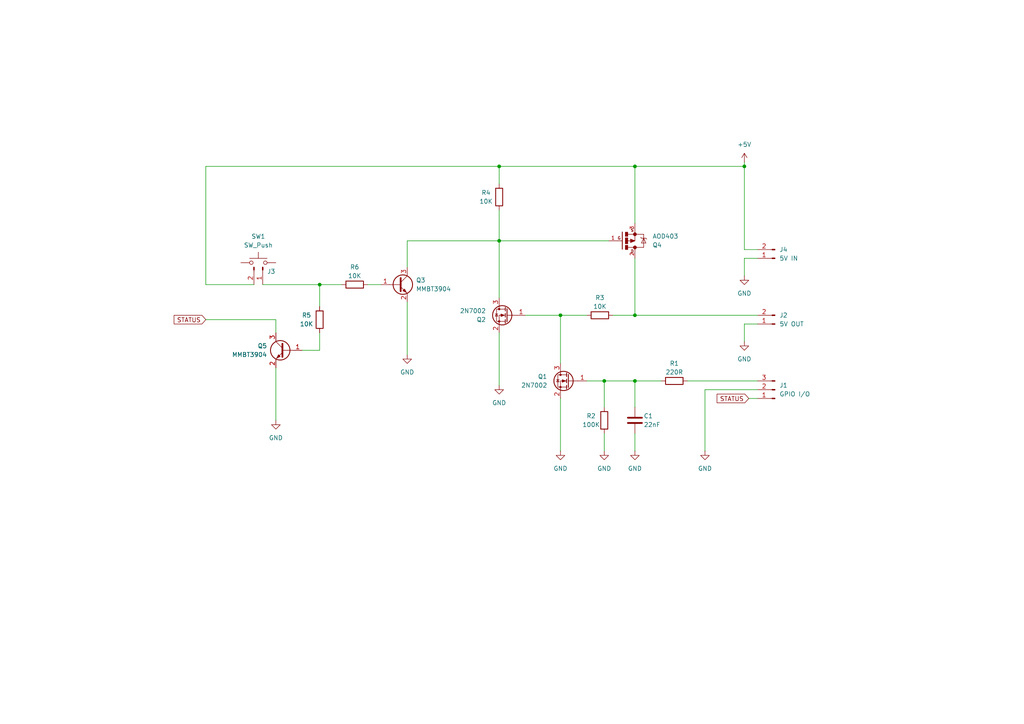
<source format=kicad_sch>
(kicad_sch (version 20250114) (generator "eeschema") (generator_version "9.0")
  (paper "A4")
  (lib_symbols
    (symbol "AOD403:AOD403" (pin_names (offset 1.016))
      (property "Reference" "Q" (at 5.08 2.54 0))
      (property "Value" "AOD403" (at 5.08 0 0))
      (symbol "AOD403_0_0"
        (polyline (pts (xy -3.81 0) (xy -5.08 0)) (stroke (width 0.1524)))
        (polyline (pts (xy -3.6576 2.413) (xy -3.6576 -2.54)) (stroke (width 0.254)))
        (rectangle (start -2.794 1.27) (end -2.032 2.54) (stroke (width 0.1)) (fill (type outline)))
        (rectangle (start -2.794 -0.889) (end -2.032 0.889) (stroke (width 0.1)) (fill (type outline)))
        (rectangle (start -2.794 -2.54) (end -2.032 -1.27) (stroke (width 0.1)) (fill (type outline)))
        (polyline (pts (xy -2.032 -1.905) (xy 2.54 -1.905)) (stroke (width 0.1524)))
        (polyline (pts (xy -1.27 0.508) (xy -1.27 -0.508)) (stroke (width 0.1524)))
        (polyline (pts (xy -1.27 -0.508) (xy 0 0)) (stroke (width 0.1524)))
        (polyline (pts (xy -1.143 0.254) (xy -1.143 0)) (stroke (width 0.3048)))
        (polyline (pts (xy -1.143 0) (xy -2.032 0)) (stroke (width 0.1524)))
        (polyline (pts (xy -1.143 0) (xy -0.889 0)) (stroke (width 0.3048)))
        (polyline (pts (xy -1.143 -0.254) (xy -0.254 0)) (stroke (width 0.3048)))
        (polyline (pts (xy -0.254 0) (xy -1.143 0.254)) (stroke (width 0.3048)))
        (polyline (pts (xy 0 2.54) (xy 0 1.905)) (stroke (width 0.1524)))
        (circle (center 0 1.905) (radius 0.127) (stroke (width 0.4064)))
        (polyline (pts (xy 0 1.905) (xy -2.0066 1.905)) (stroke (width 0.1524)))
        (polyline (pts (xy 0 1.905) (xy 2.54 1.905)) (stroke (width 0.1524)))
        (polyline (pts (xy 0 0) (xy -1.27 0.508)) (stroke (width 0.1524)))
        (polyline (pts (xy 0 0) (xy 0 -2.54)) (stroke (width 0.1524)))
        (circle (center 0 -1.905) (radius 0.127) (stroke (width 0.4064)))
        (polyline (pts (xy 1.905 0.635) (xy 2.54 -0.762)) (stroke (width 0.1524)))
        (polyline (pts (xy 1.905 -0.762) (xy 1.651 -1.016)) (stroke (width 0.1524)))
        (polyline (pts (xy 2.54 -0.762) (xy 1.905 -0.762)) (stroke (width 0.1524)))
        (polyline (pts (xy 2.54 -0.762) (xy 2.54 1.905)) (stroke (width 0.1524)))
        (polyline (pts (xy 2.54 -0.762) (xy 3.175 0.635)) (stroke (width 0.1524)))
        (polyline (pts (xy 2.54 -1.905) (xy 2.54 -0.762)) (stroke (width 0.1524)))
        (polyline (pts (xy 3.175 0.635) (xy 1.905 0.635)) (stroke (width 0.1524)))
        (polyline (pts (xy 3.175 -0.762) (xy 2.54 -0.762)) (stroke (width 0.1524)))
        (polyline (pts (xy 3.175 -0.762) (xy 3.429 -0.508)) (stroke (width 0.1524)))
        (text "G" (at -5.08 -1.27 0) (effects (font (size 0.8128 0.8128)) (justify left bottom)))
        (text "D" (at -1.27 2.54 0) (effects (font (size 0.8128 0.8128)) (justify left bottom)))
        (text "S" (at -1.27 -3.556 0) (effects (font (size 0.8128 0.8128)) (justify left bottom)))
        (pin passive line (at -7.62 0 0) (length 2.54) (name "~") (number "1"))
        (pin passive line (at 0 5.08 270) (length 2.54) (name "~") (number "2"))
        (pin passive line (at 0 -5.08 90) (length 2.54) (name "~") (number "3"))
      )
    )
    (symbol "Connector:Conn_01x02_Pin" (pin_names (offset 1.016) (hide yes))
      (property "Reference" "J" (at 0 2.54 0))
      (property "Value" "Conn_01x02_Pin" (at 0 -5.08 0))
      (symbol "Conn_01x02_Pin_1_1"
        (rectangle (start 0.8636 0.127) (end 0 -0.127) (stroke (width 0.1524)) (fill (type outline)))
        (rectangle (start 0.8636 -2.413) (end 0 -2.667) (stroke (width 0.1524)) (fill (type outline)))
        (polyline (pts (xy 1.27 0) (xy 0.8636 0)) (stroke (width 0.1524)))
        (polyline (pts (xy 1.27 -2.54) (xy 0.8636 -2.54)) (stroke (width 0.1524)))
        (pin passive line (at 5.08 0 180) (length 3.81) (name "Pin_1") (number "1"))
        (pin passive line (at 5.08 -2.54 180) (length 3.81) (name "Pin_2") (number "2"))
      )
    )
    (symbol "Connector:Conn_01x03_Pin" (pin_names (offset 1.016) (hide yes))
      (property "Reference" "J" (at 0 5.08 0))
      (property "Value" "Conn_01x03_Pin" (at 0 -5.08 0))
      (symbol "Conn_01x03_Pin_1_1"
        (rectangle (start 0.8636 2.667) (end 0 2.413) (stroke (width 0.1524)) (fill (type outline)))
        (rectangle (start 0.8636 0.127) (end 0 -0.127) (stroke (width 0.1524)) (fill (type outline)))
        (rectangle (start 0.8636 -2.413) (end 0 -2.667) (stroke (width 0.1524)) (fill (type outline)))
        (polyline (pts (xy 1.27 2.54) (xy 0.8636 2.54)) (stroke (width 0.1524)))
        (polyline (pts (xy 1.27 0) (xy 0.8636 0)) (stroke (width 0.1524)))
        (polyline (pts (xy 1.27 -2.54) (xy 0.8636 -2.54)) (stroke (width 0.1524)))
        (pin passive line (at 5.08 2.54 180) (length 3.81) (name "Pin_1") (number "1"))
        (pin passive line (at 5.08 0 180) (length 3.81) (name "Pin_2") (number "2"))
        (pin passive line (at 5.08 -2.54 180) (length 3.81) (name "Pin_3") (number "3"))
      )
    )
    (symbol "Device:C" (pin_numbers (hide yes)) (pin_names (offset 0.254))
      (property "Reference" "C" (at 0.635 2.54 0))
      (property "Value" "C" (at 0.635 -2.54 0))
      (symbol "C_0_1"
        (polyline (pts (xy -2.032 0.762) (xy 2.032 0.762)) (stroke (width 0.508)))
        (polyline (pts (xy -2.032 -0.762) (xy 2.032 -0.762)) (stroke (width 0.508)))
      )
      (symbol "C_1_1"
        (pin passive line (at 0 3.81 270) (length 2.794) (name "~") (number "1"))
        (pin passive line (at 0 -3.81 90) (length 2.794) (name "~") (number "2"))
      )
    )
    (symbol "Device:R" (pin_numbers (hide yes)) (pin_names (offset 0))
      (property "Reference" "R" (at 2.032 0 90))
      (property "Value" "R" (at 0 0 90))
      (symbol "R_0_1"
        (rectangle (start -1.016 -2.54) (end 1.016 2.54) (stroke (width 0.254)))
      )
      (symbol "R_1_1"
        (pin passive line (at 0 3.81 270) (length 1.27) (name "~") (number "1"))
        (pin passive line (at 0 -3.81 90) (length 1.27) (name "~") (number "2"))
      )
    )
    (symbol "Switch:SW_Push" (pin_numbers (hide yes)) (pin_names (offset 1.016) (hide yes))
      (property "Reference" "SW" (at 1.27 2.54 0))
      (property "Value" "SW_Push" (at 0 -1.524 0))
      (symbol "SW_Push_0_1"
        (circle (center -2.032 0) (radius 0.508))
        (polyline (pts (xy 0 1.27) (xy 0 3.048)))
        (circle (center 2.032 0) (radius 0.508))
        (polyline (pts (xy 2.54 1.27) (xy -2.54 1.27)))
        (pin passive line (at -5.08 0 0) (length 2.54) (name "1") (number "1"))
        (pin passive line (at 5.08 0 180) (length 2.54) (name "2") (number "2"))
      )
    )
    (symbol "Transistor_BJT:MMBT3904" (pin_names (offset 0) (hide yes))
      (property "Reference" "Q" (at 5.08 1.905 0))
      (property "Value" "MMBT3904" (at 5.08 0 0))
      (symbol "MMBT3904_0_1"
        (polyline (pts (xy -2.54 0) (xy 0.635 0)))
        (polyline (pts (xy 0.635 1.905) (xy 0.635 -1.905)) (stroke (width 0.508)))
        (circle (center 1.27 0) (radius 2.8194) (stroke (width 0.254)))
      )
      (symbol "MMBT3904_1_1"
        (polyline (pts (xy 0.635 0.635) (xy 2.54 2.54)))
        (polyline (pts (xy 0.635 -0.635) (xy 2.54 -2.54)))
        (polyline (pts (xy 1.27 -1.778) (xy 1.778 -1.27) (xy 2.286 -2.286) (xy 1.27 -1.778)) (fill (type outline)))
        (pin input line (at -5.08 0 0) (length 2.54) (name "B") (number "1"))
        (pin passive line (at 2.54 5.08 270) (length 2.54) (name "C") (number "3"))
        (pin passive line (at 2.54 -5.08 90) (length 2.54) (name "E") (number "2"))
      )
    )
    (symbol "Transistor_FET:2N7002" (pin_names (offset 0) (hide yes))
      (property "Reference" "Q" (at 5.08 1.905 0))
      (property "Value" "2N7002" (at 5.08 0 0))
      (symbol "2N7002_0_1"
        (polyline (pts (xy 0.254 1.905) (xy 0.254 -1.905)) (stroke (width 0.254)))
        (polyline (pts (xy 0.254 0) (xy -2.54 0)))
        (polyline (pts (xy 0.762 2.286) (xy 0.762 1.27)) (stroke (width 0.254)))
        (polyline (pts (xy 0.762 0.508) (xy 0.762 -0.508)) (stroke (width 0.254)))
        (polyline (pts (xy 0.762 -1.27) (xy 0.762 -2.286)) (stroke (width 0.254)))
        (polyline (pts (xy 0.762 -1.778) (xy 3.302 -1.778) (xy 3.302 1.778) (xy 0.762 1.778)))
        (polyline (pts (xy 1.016 0) (xy 2.032 0.381) (xy 2.032 -0.381) (xy 1.016 0)) (fill (type outline)))
        (circle (center 1.651 0) (radius 2.794) (stroke (width 0.254)))
        (polyline (pts (xy 2.54 2.54) (xy 2.54 1.778)))
        (circle (center 2.54 1.778) (radius 0.254) (fill (type outline)))
        (circle (center 2.54 -1.778) (radius 0.254) (fill (type outline)))
        (polyline (pts (xy 2.54 -2.54) (xy 2.54 0) (xy 0.762 0)))
        (polyline (pts (xy 2.921 0.381) (xy 3.683 0.381)))
        (polyline (pts (xy 3.302 0.381) (xy 2.921 -0.254) (xy 3.683 -0.254) (xy 3.302 0.381)))
      )
      (symbol "2N7002_1_1"
        (pin input line (at -5.08 0 0) (length 2.54) (name "G") (number "1"))
        (pin passive line (at 2.54 5.08 270) (length 2.54) (name "D") (number "3"))
        (pin passive line (at 2.54 -5.08 90) (length 2.54) (name "S") (number "2"))
      )
    )
    (symbol "power:+5V" (power) (pin_numbers (hide yes)) (pin_names (offset 0) (hide yes))
      (property "Value" "+5V" (at 0 3.556 0))
      (symbol "+5V_0_1"
        (polyline (pts (xy -0.762 1.27) (xy 0 2.54)))
        (polyline (pts (xy 0 2.54) (xy 0.762 1.27)))
        (polyline (pts (xy 0 0) (xy 0 2.54)))
      )
      (symbol "+5V_1_1"
        (pin power_in line (at 0 0 90) (length 0) (name "~") (number "1"))
      )
    )
    (symbol "power:GND" (power) (pin_numbers (hide yes)) (pin_names (offset 0) (hide yes))
      (property "Value" "GND" (at 0 -3.81 0))
      (symbol "GND_0_1"
        (polyline (pts (xy 0 0) (xy 0 -1.27) (xy 1.27 -1.27) (xy 0 -2.54) (xy -1.27 -1.27) (xy 0 -1.27)))
      )
      (symbol "GND_1_1"
        (pin power_in line (at 0 0 270) (length 0) (name "~") (number "1"))
      )
    )
  )
  (junction (at 215.9 48.26))
  (junction (at 175.26 110.49))
  (junction (at 144.78 69.85))
  (junction (at 184.15 110.49))
  (junction (at 184.15 48.26))
  (junction (at 144.78 48.26))
  (junction (at 92.71 82.55))
  (junction (at 184.15 91.44))
  (junction (at 162.56 91.44))
  (wire (pts (xy 162.56 91.44) (xy 162.56 105.41)))
  (wire (pts (xy 215.9 72.39) (xy 215.9 48.26)))
  (wire (pts (xy 118.11 87.63) (xy 118.11 102.87)))
  (wire (pts (xy 76.2 82.55) (xy 92.71 82.55)))
  (wire (pts (xy 217.17 115.57) (xy 219.71 115.57)))
  (wire (pts (xy 59.69 48.26) (xy 59.69 82.55)))
  (wire (pts (xy 144.78 48.26) (xy 144.78 53.34)))
  (wire (pts (xy 92.71 82.55) (xy 99.06 82.55)))
  (wire (pts (xy 215.9 74.93) (xy 215.9 80.01)))
  (wire (pts (xy 215.9 46.99) (xy 215.9 48.26)))
  (wire (pts (xy 87.63 101.6) (xy 92.71 101.6)))
  (wire (pts (xy 204.47 113.03) (xy 219.71 113.03)))
  (wire (pts (xy 92.71 88.9) (xy 92.71 82.55)))
  (wire (pts (xy 175.26 110.49) (xy 184.15 110.49)))
  (wire (pts (xy 170.18 110.49) (xy 175.26 110.49)))
  (wire (pts (xy 162.56 115.57) (xy 162.56 130.81)))
  (wire (pts (xy 59.69 92.71) (xy 80.01 92.71)))
  (wire (pts (xy 59.69 82.55) (xy 73.66 82.55)))
  (wire (pts (xy 204.47 113.03) (xy 204.47 130.81)))
  (wire (pts (xy 215.9 93.98) (xy 215.9 99.06)))
  (wire (pts (xy 184.15 91.44) (xy 219.71 91.44)))
  (wire (pts (xy 184.15 110.49) (xy 191.77 110.49)))
  (wire (pts (xy 118.11 69.85) (xy 144.78 69.85)))
  (wire (pts (xy 184.15 74.93) (xy 184.15 91.44)))
  (wire (pts (xy 184.15 48.26) (xy 184.15 64.77)))
  (wire (pts (xy 59.69 48.26) (xy 144.78 48.26)))
  (wire (pts (xy 177.8 91.44) (xy 184.15 91.44)))
  (wire (pts (xy 144.78 69.85) (xy 176.53 69.85)))
  (wire (pts (xy 199.39 110.49) (xy 219.71 110.49)))
  (wire (pts (xy 144.78 69.85) (xy 144.78 86.36)))
  (wire (pts (xy 215.9 93.98) (xy 219.71 93.98)))
  (wire (pts (xy 215.9 74.93) (xy 219.71 74.93)))
  (wire (pts (xy 184.15 48.26) (xy 215.9 48.26)))
  (wire (pts (xy 144.78 48.26) (xy 184.15 48.26)))
  (wire (pts (xy 144.78 60.96) (xy 144.78 69.85)))
  (wire (pts (xy 175.26 125.73) (xy 175.26 130.81)))
  (wire (pts (xy 184.15 125.73) (xy 184.15 130.81)))
  (wire (pts (xy 106.68 82.55) (xy 110.49 82.55)))
  (wire (pts (xy 175.26 110.49) (xy 175.26 118.11)))
  (wire (pts (xy 80.01 106.68) (xy 80.01 121.92)))
  (wire (pts (xy 118.11 69.85) (xy 118.11 77.47)))
  (wire (pts (xy 184.15 110.49) (xy 184.15 118.11)))
  (wire (pts (xy 92.71 101.6) (xy 92.71 96.52)))
  (wire (pts (xy 144.78 96.52) (xy 144.78 111.76)))
  (wire (pts (xy 152.4 91.44) (xy 162.56 91.44)))
  (wire (pts (xy 80.01 96.52) (xy 80.01 92.71)))
  (wire (pts (xy 219.71 72.39) (xy 215.9 72.39)))
  (wire (pts (xy 162.56 91.44) (xy 170.18 91.44)))
  (global_label "STATUS" (shape input) (at 217.17 115.57 180) (property "Intersheetrefs" "${INTERSHEET_REFS}" (effects (hide yes))))
  (global_label "STATUS" (shape input) (at 59.69 92.71 180) (property "Intersheetrefs" "${INTERSHEET_REFS}" (effects (hide yes))))
  (symbol (lib_id "power:GND") (at 162.56 130.81 0) (unit 1)
    (property "Reference" "#PWR01" (effects (hide yes)))
    (property "Value" "GND" (at 162.56 135.89 0))
    (property "Description" "Power symbol creates a global label with name \"GND\" , ground" (effects (hide yes)))
  )
  (symbol (lib_id "Connector:Conn_01x03_Pin") (at 224.79 113.03 180) (unit 1)
    (property "Reference" "J1" (at 226.06 111.7599 0) (effects (justify right)))
    (property "Value" "GPIO I/O" (at 226.06 114.2999 0) (effects (justify right)))
    (property "Footprint" "Connector_PinSocket_2.54mm:PinSocket_1x03_P2.54mm_Vertical" (effects (hide yes)))
    (property "Description" "Generic connector, single row, 01x03, script generated" (effects (hide yes)))
  )
  (symbol (lib_id "power:GND") (at 118.11 102.87 0) (unit 1)
    (property "Reference" "#PWR07" (effects (hide yes)))
    (property "Value" "GND" (at 118.11 107.95 0))
    (property "Description" "Power symbol creates a global label with name \"GND\" , ground" (effects (hide yes)))
  )
  (symbol (lib_id "Device:R") (at 195.58 110.49 90) (unit 1)
    (property "Reference" "R1" (at 195.58 105.41 90))
    (property "Value" "220R" (at 195.58 107.95 90))
    (property "Footprint" "Resistor_SMD:R_0805_2012Metric" (effects (hide yes)))
    (property "Description" "Resistor" (effects (hide yes)))
  )
  (symbol (lib_id "Transistor_FET:2N7002") (at 147.32 91.44 0) (mirror y) (unit 1)
    (property "Reference" "Q2" (at 140.97 92.7101 0) (effects (justify left)))
    (property "Value" "2N7002" (at 140.97 90.1701 0) (effects (justify left)))
    (property "Footprint" "Package_TO_SOT_SMD:SOT-23" (effects (hide yes)))
    (property "Datasheet" "https://www.onsemi.com/pub/Collateral/NDS7002A-D.PDF" (effects (hide yes)))
    (property "Description" "0.115A Id, 60V Vds, N-Channel MOSFET, SOT-23" (effects (hide yes)))
  )
  (symbol (lib_id "Transistor_FET:2N7002") (at 165.1 110.49 0) (mirror y) (unit 1)
    (property "Reference" "Q1" (at 158.75 109.2199 0) (effects (justify left)))
    (property "Value" "2N7002" (at 158.75 111.7599 0) (effects (justify left)))
    (property "Footprint" "Package_TO_SOT_SMD:SOT-23" (effects (hide yes)))
    (property "Datasheet" "https://www.onsemi.com/pub/Collateral/NDS7002A-D.PDF" (effects (hide yes)))
    (property "Description" "0.115A Id, 60V Vds, N-Channel MOSFET, SOT-23" (effects (hide yes)))
  )
  (symbol (lib_id "Transistor_BJT:MMBT3904") (at 82.55 101.6 0) (mirror y) (unit 1)
    (property "Reference" "Q5" (at 77.47 100.3299 0) (effects (justify left)))
    (property "Value" "MMBT3904" (at 77.47 102.8699 0) (effects (justify left)))
    (property "Footprint" "Package_TO_SOT_SMD:SOT-23" (effects (hide yes)))
    (property "Datasheet" "https://www.onsemi.com/pdf/datasheet/pzt3904-d.pdf" (effects (hide yes)))
    (property "Description" "0.2A Ic, 40V Vce, Small Signal NPN Transistor, SOT-23" (effects (hide yes)))
  )
  (symbol (lib_id "power:GND") (at 204.47 130.81 0) (unit 1)
    (property "Reference" "#PWR011" (effects (hide yes)))
    (property "Value" "GND" (at 204.47 135.89 0))
    (property "Description" "Power symbol creates a global label with name \"GND\" , ground" (effects (hide yes)))
  )
  (symbol (lib_id "power:+5V") (at 215.9 46.99 0) (unit 1)
    (property "Reference" "#PWR06" (effects (hide yes)))
    (property "Value" "+5V" (at 215.9 41.91 0))
    (property "Description" "Power symbol creates a global label with name \"+5V\"" (effects (hide yes)))
  )
  (symbol (lib_id "Device:R") (at 173.99 91.44 90) (unit 1)
    (property "Reference" "R3" (at 173.99 86.36 90))
    (property "Value" "10K" (at 173.99 88.9 90))
    (property "Footprint" "Resistor_SMD:R_0805_2012Metric" (effects (hide yes)))
    (property "Description" "Resistor" (effects (hide yes)))
  )
  (symbol (lib_id "Switch:SW_Push") (at 74.93 76.2 0) (unit 1)
    (property "Reference" "SW1" (at 74.93 68.58 0))
    (property "Value" "SW_Push" (at 74.93 71.12 0))
    (property "Description" "Push button switch, generic, two pins" (effects (hide yes)))
  )
  (symbol (lib_id "power:GND") (at 184.15 130.81 0) (unit 1)
    (property "Reference" "#PWR03" (effects (hide yes)))
    (property "Value" "GND" (at 184.15 135.89 0))
    (property "Description" "Power symbol creates a global label with name \"GND\" , ground" (effects (hide yes)))
  )
  (symbol (lib_id "power:GND") (at 215.9 99.06 0) (unit 1)
    (property "Reference" "#PWR010" (effects (hide yes)))
    (property "Value" "GND" (at 215.9 104.14 0))
    (property "Description" "Power symbol creates a global label with name \"GND\" , ground" (effects (hide yes)))
  )
  (symbol (lib_id "Connector:Conn_01x02_Pin") (at 224.79 74.93 180) (unit 1)
    (property "Reference" "J4" (at 226.06 72.3899 0) (effects (justify right)))
    (property "Value" "5V IN" (at 226.06 74.9299 0) (effects (justify right)))
    (property "Footprint" "Connector_JST:JST_XH_B2B-XH-AM_1x02_P2.50mm_Vertical" (effects (hide yes)))
    (property "Description" "Generic connector, single row, 01x02, script generated" (effects (hide yes)))
  )
  (symbol (lib_id "power:GND") (at 215.9 80.01 0) (unit 1)
    (property "Reference" "#PWR012" (effects (hide yes)))
    (property "Value" "GND" (at 215.9 85.09 0))
    (property "Description" "Power symbol creates a global label with name \"GND\" , ground" (effects (hide yes)))
  )
  (symbol (lib_id "Connector:Conn_01x02_Pin") (at 76.2 77.47 270) (unit 1)
    (property "Reference" "J3" (at 77.47 78.74 90) (effects (justify left)))
    (property "Value" "Conn_01x02_Pin" (effects (hide yes)))
    (property "Description" "Generic connector, single row, 01x02, script generated" (effects (hide yes)))
  )
  (symbol (lib_id "Device:R") (at 144.78 57.15 180) (unit 1)
    (property "Reference" "R4" (at 140.97 55.88 0))
    (property "Value" "10K" (at 140.97 58.42 0))
    (property "Footprint" "Resistor_SMD:R_0805_2012Metric" (effects (hide yes)))
    (property "Description" "Resistor" (effects (hide yes)))
  )
  (symbol (lib_id "power:GND") (at 144.78 111.76 0) (unit 1)
    (property "Reference" "#PWR04" (effects (hide yes)))
    (property "Value" "GND" (at 144.78 116.84 0))
    (property "Description" "Power symbol creates a global label with name \"GND\" , ground" (effects (hide yes)))
  )
  (symbol (lib_id "Device:C") (at 184.15 121.92 0) (mirror y) (unit 1)
    (property "Reference" "C1" (at 186.69 120.65 0) (effects (justify right)))
    (property "Value" "22nF" (at 186.69 123.19 0) (effects (justify right)))
    (property "Footprint" "Capacitor_SMD:C_0805_2012Metric" (effects (hide yes)))
    (property "Description" "Unpolarized capacitor" (effects (hide yes)))
  )
  (symbol (lib_id "Transistor_BJT:MMBT3904") (at 115.57 82.55 0) (unit 1)
    (property "Reference" "Q3" (at 120.65 81.2799 0) (effects (justify left)))
    (property "Value" "MMBT3904" (at 120.65 83.8199 0) (effects (justify left)))
    (property "Footprint" "Package_TO_SOT_SMD:SOT-23" (effects (hide yes)))
    (property "Datasheet" "https://www.onsemi.com/pdf/datasheet/pzt3904-d.pdf" (effects (hide yes)))
    (property "Description" "0.2A Ic, 40V Vce, Small Signal NPN Transistor, SOT-23" (effects (hide yes)))
  )
  (symbol (lib_id "power:GND") (at 175.26 130.81 0) (unit 1)
    (property "Reference" "#PWR02" (effects (hide yes)))
    (property "Value" "GND" (at 175.26 135.89 0))
    (property "Description" "Power symbol creates a global label with name \"GND\" , ground" (effects (hide yes)))
  )
  (symbol (lib_id "Device:R") (at 92.71 92.71 180) (unit 1)
    (property "Reference" "R5" (at 88.9 91.44 0))
    (property "Value" "10K" (at 88.9 93.98 0))
    (property "Footprint" "Resistor_SMD:R_0805_2012Metric" (effects (hide yes)))
    (property "Description" "Resistor" (effects (hide yes)))
  )
  (symbol (lib_id "Device:R") (at 175.26 121.92 180) (unit 1)
    (property "Reference" "R2" (at 171.45 120.65 0))
    (property "Value" "100K" (at 171.45 123.19 0))
    (property "Footprint" "Resistor_SMD:R_0805_2012Metric" (effects (hide yes)))
    (property "Description" "Resistor" (effects (hide yes)))
  )
  (symbol (lib_id "AOD403:AOD403") (at 184.15 69.85 0) (mirror x) (unit 1)
    (property "Reference" "Q4" (at 189.23 71.0759 0) (effects (justify left)))
    (property "Value" "AOD403" (at 189.23 68.5359 0) (effects (justify left)))
    (property "Footprint" "AOD403:TO252" (effects (hide yes)))
    (property "MF" "Alpha &" (effects (hide yes)))
    (property "Description_1" "P-Channel 30V 15A (Ta), 70A (Tc) 2.5W (Ta), 90W (Tc) Surface Mount TO-252, (D-Pak)" (effects (hide yes)))
    (property "Package" "TO-252 Alpha &amp; Omega Semiconductor" (effects (hide yes)))
    (property "Price" "None" (effects (hide yes)))
    (property "SnapEDA_Link" "https://www.snapeda.com/parts/AOD403/Alpha/view-part/?ref=snap" (effects (hide yes)))
    (property "MP" "AOD403" (effects (hide yes)))
    (property "Availability" "In Stock" (effects (hide yes)))
    (property "Check_prices" "https://www.snapeda.com/parts/AOD403/Alpha/view-part/?ref=eda" (effects (hide yes)))
  )
  (symbol (lib_id "Device:R") (at 102.87 82.55 90) (unit 1)
    (property "Reference" "R6" (at 102.87 77.47 90))
    (property "Value" "10K" (at 102.87 80.01 90))
    (property "Footprint" "Resistor_SMD:R_0805_2012Metric" (effects (hide yes)))
    (property "Description" "Resistor" (effects (hide yes)))
  )
  (symbol (lib_id "Connector:Conn_01x02_Pin") (at 224.79 93.98 180) (unit 1)
    (property "Reference" "J2" (at 226.06 91.4399 0) (effects (justify right)))
    (property "Value" "5V OUT" (at 226.06 93.9799 0) (effects (justify right)))
    (property "Footprint" "Connector_JST:JST_XH_B2B-XH-AM_1x02_P2.50mm_Vertical" (effects (hide yes)))
    (property "Description" "Generic connector, single row, 01x02, script generated" (effects (hide yes)))
  )
  (symbol (lib_id "power:GND") (at 80.01 121.92 0) (unit 1)
    (property "Reference" "#PWR08" (effects (hide yes)))
    (property "Value" "GND" (at 80.01 127 0))
    (property "Description" "Power symbol creates a global label with name \"GND\" , ground" (effects (hide yes)))
  )
)
</source>
